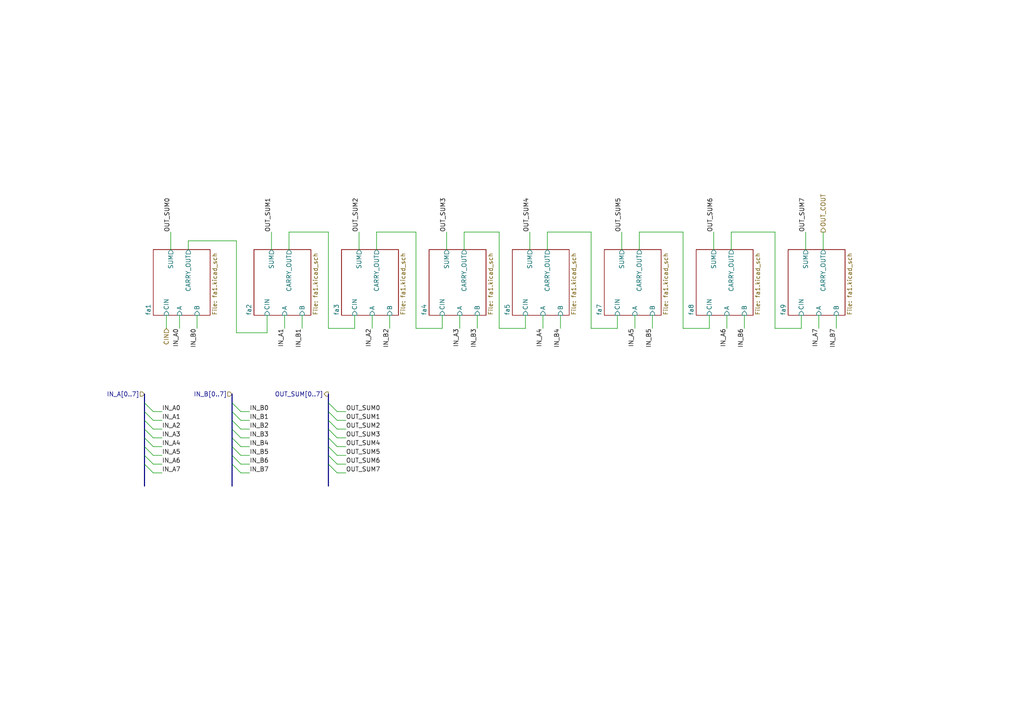
<source format=kicad_sch>
(kicad_sch
	(version 20250114)
	(generator "eeschema")
	(generator_version "9.0")
	(uuid "a0fb7c75-4ec4-4d5e-9936-e7c2c0d850e0")
	(paper "A4")
	(lib_symbols)
	(bus_entry
		(at 41.91 132.08)
		(size 2.54 2.54)
		(stroke
			(width 0)
			(type default)
		)
		(uuid "039032d1-9827-423a-968b-24b82fdcb858")
	)
	(bus_entry
		(at 95.25 124.46)
		(size 2.54 2.54)
		(stroke
			(width 0)
			(type default)
		)
		(uuid "04a3ade1-35fa-43a3-8be8-74e2b7e12efa")
	)
	(bus_entry
		(at 41.91 116.84)
		(size 2.54 2.54)
		(stroke
			(width 0)
			(type default)
		)
		(uuid "0dbbed2b-2655-476f-90f9-0067e6f730f8")
	)
	(bus_entry
		(at 95.25 129.54)
		(size 2.54 2.54)
		(stroke
			(width 0)
			(type default)
		)
		(uuid "1f417030-1441-4e13-8845-73b2db5ada1c")
	)
	(bus_entry
		(at 67.31 132.08)
		(size 2.54 2.54)
		(stroke
			(width 0)
			(type default)
		)
		(uuid "214ddd61-bd83-4c03-ac6a-f2cfe1d05175")
	)
	(bus_entry
		(at 41.91 127)
		(size 2.54 2.54)
		(stroke
			(width 0)
			(type default)
		)
		(uuid "400e39b2-d958-4453-85c3-a980067e791b")
	)
	(bus_entry
		(at 67.31 116.84)
		(size 2.54 2.54)
		(stroke
			(width 0)
			(type default)
		)
		(uuid "470e4ad6-8cef-4c59-b349-619653162fc2")
	)
	(bus_entry
		(at 95.25 119.38)
		(size 2.54 2.54)
		(stroke
			(width 0)
			(type default)
		)
		(uuid "4bf4a56b-34d4-4d57-8e2e-6eb2891e8538")
	)
	(bus_entry
		(at 95.25 132.08)
		(size 2.54 2.54)
		(stroke
			(width 0)
			(type default)
		)
		(uuid "6f22c989-260f-4632-b82d-a048753dc792")
	)
	(bus_entry
		(at 41.91 124.46)
		(size 2.54 2.54)
		(stroke
			(width 0)
			(type default)
		)
		(uuid "80cd4938-3fda-4caa-b9c8-dc62027a70c9")
	)
	(bus_entry
		(at 95.25 127)
		(size 2.54 2.54)
		(stroke
			(width 0)
			(type default)
		)
		(uuid "8122ab76-0da9-40c6-8001-87acd1e695dd")
	)
	(bus_entry
		(at 67.31 129.54)
		(size 2.54 2.54)
		(stroke
			(width 0)
			(type default)
		)
		(uuid "82e39023-88c2-4e94-b540-32f468570d15")
	)
	(bus_entry
		(at 41.91 134.62)
		(size 2.54 2.54)
		(stroke
			(width 0)
			(type default)
		)
		(uuid "883fc00f-3495-431c-b227-8185111c5d87")
	)
	(bus_entry
		(at 41.91 119.38)
		(size 2.54 2.54)
		(stroke
			(width 0)
			(type default)
		)
		(uuid "920ecf64-6505-4039-a51a-e6850a087d36")
	)
	(bus_entry
		(at 95.25 134.62)
		(size 2.54 2.54)
		(stroke
			(width 0)
			(type default)
		)
		(uuid "ae267f16-44d6-4ff0-8c73-78b203fb4fe5")
	)
	(bus_entry
		(at 67.31 119.38)
		(size 2.54 2.54)
		(stroke
			(width 0)
			(type default)
		)
		(uuid "b0ce581a-1d30-447d-b947-e85fce8e6edb")
	)
	(bus_entry
		(at 67.31 124.46)
		(size 2.54 2.54)
		(stroke
			(width 0)
			(type default)
		)
		(uuid "b9c007e9-deb8-4108-aa02-036a3f61cfee")
	)
	(bus_entry
		(at 41.91 121.92)
		(size 2.54 2.54)
		(stroke
			(width 0)
			(type default)
		)
		(uuid "baf67102-07ad-469c-93b9-82ba951c9448")
	)
	(bus_entry
		(at 95.25 121.92)
		(size 2.54 2.54)
		(stroke
			(width 0)
			(type default)
		)
		(uuid "bf8fc1eb-bf4f-40ad-bf10-fab51504a8f4")
	)
	(bus_entry
		(at 67.31 134.62)
		(size 2.54 2.54)
		(stroke
			(width 0)
			(type default)
		)
		(uuid "c031a6c0-f8f0-4dae-bfbb-cd490ee82855")
	)
	(bus_entry
		(at 95.25 116.84)
		(size 2.54 2.54)
		(stroke
			(width 0)
			(type default)
		)
		(uuid "ca40ff1d-309d-4bb9-af4f-ed1f336a5ed6")
	)
	(bus_entry
		(at 41.91 129.54)
		(size 2.54 2.54)
		(stroke
			(width 0)
			(type default)
		)
		(uuid "e5b64554-08ab-4462-b969-48d3de183681")
	)
	(bus_entry
		(at 67.31 127)
		(size 2.54 2.54)
		(stroke
			(width 0)
			(type default)
		)
		(uuid "e87e9898-b45e-40c5-b7c0-b989c2f60fd5")
	)
	(bus_entry
		(at 67.31 121.92)
		(size 2.54 2.54)
		(stroke
			(width 0)
			(type default)
		)
		(uuid "ee262b42-2177-4ed9-a3f4-8d7e7a47e52f")
	)
	(wire
		(pts
			(xy 162.56 91.44) (xy 162.56 95.25)
		)
		(stroke
			(width 0)
			(type default)
		)
		(uuid "00145e94-142e-40aa-9101-0631ce5097a6")
	)
	(wire
		(pts
			(xy 69.85 132.08) (xy 72.39 132.08)
		)
		(stroke
			(width 0)
			(type default)
		)
		(uuid "0154e83f-e792-423c-9917-8bef1a6a38a5")
	)
	(wire
		(pts
			(xy 180.34 67.31) (xy 180.34 72.39)
		)
		(stroke
			(width 0)
			(type default)
		)
		(uuid "02e0d8a2-9a83-49b0-83e4-b41bcd494010")
	)
	(wire
		(pts
			(xy 54.61 69.85) (xy 68.58 69.85)
		)
		(stroke
			(width 0)
			(type default)
		)
		(uuid "04a90d15-ef99-49c7-b2a7-e6d70c10ea2a")
	)
	(wire
		(pts
			(xy 171.45 67.31) (xy 171.45 95.25)
		)
		(stroke
			(width 0)
			(type default)
		)
		(uuid "05eacc06-96f7-4f84-86c3-68d69dd6c346")
	)
	(bus
		(pts
			(xy 95.25 132.08) (xy 95.25 134.62)
		)
		(stroke
			(width 0)
			(type default)
		)
		(uuid "06b1fe73-4163-44a1-8553-f9dc6113d246")
	)
	(wire
		(pts
			(xy 152.4 95.25) (xy 152.4 91.44)
		)
		(stroke
			(width 0)
			(type default)
		)
		(uuid "07889c87-4d25-40cc-8784-73bb70faeede")
	)
	(bus
		(pts
			(xy 67.31 127) (xy 67.31 129.54)
		)
		(stroke
			(width 0)
			(type default)
		)
		(uuid "0bd5b1af-e576-4dba-a097-2d6832f26871")
	)
	(wire
		(pts
			(xy 97.79 121.92) (xy 100.33 121.92)
		)
		(stroke
			(width 0)
			(type default)
		)
		(uuid "0ec386ab-bc9a-448c-92bd-bdbd3e876624")
	)
	(wire
		(pts
			(xy 44.45 127) (xy 46.99 127)
		)
		(stroke
			(width 0)
			(type default)
		)
		(uuid "0f4b2413-3e6a-495f-911a-067796837f74")
	)
	(wire
		(pts
			(xy 212.09 67.31) (xy 212.09 72.39)
		)
		(stroke
			(width 0)
			(type default)
		)
		(uuid "113a6b57-2974-41e5-ae6c-a26614d07b39")
	)
	(bus
		(pts
			(xy 95.25 134.62) (xy 95.25 140.97)
		)
		(stroke
			(width 0)
			(type default)
		)
		(uuid "12a04121-d47d-44a9-96e5-6357e29721d8")
	)
	(wire
		(pts
			(xy 44.45 119.38) (xy 46.99 119.38)
		)
		(stroke
			(width 0)
			(type default)
		)
		(uuid "13bd54b2-d36d-492e-b682-95dd9334d172")
	)
	(bus
		(pts
			(xy 95.25 129.54) (xy 95.25 132.08)
		)
		(stroke
			(width 0)
			(type default)
		)
		(uuid "15217bdb-67d9-4cf0-a979-f3efad821dde")
	)
	(bus
		(pts
			(xy 67.31 124.46) (xy 67.31 127)
		)
		(stroke
			(width 0)
			(type default)
		)
		(uuid "15e622ae-1839-45c6-b0bc-6d2f8520bb90")
	)
	(wire
		(pts
			(xy 97.79 132.08) (xy 100.33 132.08)
		)
		(stroke
			(width 0)
			(type default)
		)
		(uuid "1c012a4d-3e8b-4c8c-9ccd-3b90eb550ae4")
	)
	(wire
		(pts
			(xy 68.58 69.85) (xy 68.58 96.52)
		)
		(stroke
			(width 0)
			(type default)
		)
		(uuid "1d0a4e7c-6079-4ff3-be7f-dfd9ee1edd93")
	)
	(wire
		(pts
			(xy 185.42 67.31) (xy 198.12 67.31)
		)
		(stroke
			(width 0)
			(type default)
		)
		(uuid "1d62c8e8-0d05-4579-a6f4-a8cbd4beb1bb")
	)
	(wire
		(pts
			(xy 120.65 67.31) (xy 120.65 95.25)
		)
		(stroke
			(width 0)
			(type default)
		)
		(uuid "21219a0a-0ef3-487d-a580-3ae95a4f5b41")
	)
	(wire
		(pts
			(xy 52.07 91.44) (xy 52.07 95.25)
		)
		(stroke
			(width 0)
			(type default)
		)
		(uuid "22c86450-a9c6-4493-b76c-b82075a9dc8f")
	)
	(wire
		(pts
			(xy 102.87 95.25) (xy 102.87 91.44)
		)
		(stroke
			(width 0)
			(type default)
		)
		(uuid "2827c104-9b79-4fd6-9b6e-0e2d4186785b")
	)
	(wire
		(pts
			(xy 49.53 67.31) (xy 49.53 72.39)
		)
		(stroke
			(width 0)
			(type default)
		)
		(uuid "29374647-adf2-4c7e-a59f-2e933683f099")
	)
	(wire
		(pts
			(xy 224.79 95.25) (xy 232.41 95.25)
		)
		(stroke
			(width 0)
			(type default)
		)
		(uuid "2ad88527-32b2-4db7-97c9-3c1d7bee083d")
	)
	(bus
		(pts
			(xy 41.91 121.92) (xy 41.91 124.46)
		)
		(stroke
			(width 0)
			(type default)
		)
		(uuid "2ba492a6-5fd1-4ee4-a1a3-09ec7c881cc9")
	)
	(wire
		(pts
			(xy 44.45 121.92) (xy 46.99 121.92)
		)
		(stroke
			(width 0)
			(type default)
		)
		(uuid "2ca1a0c8-c936-4b1f-9f00-e56571f0d97c")
	)
	(bus
		(pts
			(xy 41.91 119.38) (xy 41.91 121.92)
		)
		(stroke
			(width 0)
			(type default)
		)
		(uuid "328b59a2-0344-4c5b-9e59-2609d48bc728")
	)
	(bus
		(pts
			(xy 95.25 124.46) (xy 95.25 127)
		)
		(stroke
			(width 0)
			(type default)
		)
		(uuid "364f84f7-2b93-4dc8-a380-30b87755440f")
	)
	(bus
		(pts
			(xy 95.25 114.3) (xy 95.25 116.84)
		)
		(stroke
			(width 0)
			(type default)
		)
		(uuid "38337364-2c4b-45ab-9922-3184f1b1dc8e")
	)
	(wire
		(pts
			(xy 83.82 72.39) (xy 83.82 67.31)
		)
		(stroke
			(width 0)
			(type default)
		)
		(uuid "38872e8a-577e-4441-b9ed-188c3ce545bd")
	)
	(wire
		(pts
			(xy 97.79 119.38) (xy 100.33 119.38)
		)
		(stroke
			(width 0)
			(type default)
		)
		(uuid "47d74e1d-9fc7-452c-bbe7-91cbe6971a33")
	)
	(wire
		(pts
			(xy 171.45 95.25) (xy 179.07 95.25)
		)
		(stroke
			(width 0)
			(type default)
		)
		(uuid "48b7e17c-66b9-4993-b334-3472b96bd989")
	)
	(wire
		(pts
			(xy 69.85 129.54) (xy 72.39 129.54)
		)
		(stroke
			(width 0)
			(type default)
		)
		(uuid "49680986-5c0a-4580-a44c-5bcad7b95822")
	)
	(wire
		(pts
			(xy 144.78 67.31) (xy 144.78 95.25)
		)
		(stroke
			(width 0)
			(type default)
		)
		(uuid "4990a95a-eff1-467a-91d7-0af9171d436a")
	)
	(wire
		(pts
			(xy 158.75 67.31) (xy 171.45 67.31)
		)
		(stroke
			(width 0)
			(type default)
		)
		(uuid "4c11e8b5-698b-4774-9e2d-3556955a31b5")
	)
	(wire
		(pts
			(xy 78.74 67.31) (xy 78.74 72.39)
		)
		(stroke
			(width 0)
			(type default)
		)
		(uuid "4c5cfa2a-2cf6-4dac-b56c-68fad0a358ea")
	)
	(wire
		(pts
			(xy 198.12 67.31) (xy 198.12 95.25)
		)
		(stroke
			(width 0)
			(type default)
		)
		(uuid "4e73fc07-4182-45e5-8262-a651cfe600ee")
	)
	(wire
		(pts
			(xy 113.03 91.44) (xy 113.03 95.25)
		)
		(stroke
			(width 0)
			(type default)
		)
		(uuid "4f41f045-30b4-47af-bb65-8a390427f68c")
	)
	(wire
		(pts
			(xy 212.09 67.31) (xy 224.79 67.31)
		)
		(stroke
			(width 0)
			(type default)
		)
		(uuid "52133372-8ce5-4f19-a62b-3e46259581db")
	)
	(wire
		(pts
			(xy 144.78 95.25) (xy 152.4 95.25)
		)
		(stroke
			(width 0)
			(type default)
		)
		(uuid "57e62525-f348-4ccd-80f1-6642b06bff4c")
	)
	(wire
		(pts
			(xy 179.07 95.25) (xy 179.07 91.44)
		)
		(stroke
			(width 0)
			(type default)
		)
		(uuid "5986155a-7ea9-43ce-9569-ea4db246e34d")
	)
	(wire
		(pts
			(xy 69.85 121.92) (xy 72.39 121.92)
		)
		(stroke
			(width 0)
			(type default)
		)
		(uuid "5d33d835-cce0-4a0e-999f-55dec6ab5782")
	)
	(wire
		(pts
			(xy 44.45 134.62) (xy 46.99 134.62)
		)
		(stroke
			(width 0)
			(type default)
		)
		(uuid "5e1dcbee-bf58-4d1c-b701-bdc70dab2d2c")
	)
	(wire
		(pts
			(xy 215.9 91.44) (xy 215.9 95.25)
		)
		(stroke
			(width 0)
			(type default)
		)
		(uuid "6180b046-afce-4d22-afa7-2f0d69823772")
	)
	(bus
		(pts
			(xy 41.91 132.08) (xy 41.91 134.62)
		)
		(stroke
			(width 0)
			(type default)
		)
		(uuid "62f99e0f-78fe-4e57-b29b-fa8344d014ad")
	)
	(bus
		(pts
			(xy 41.91 127) (xy 41.91 129.54)
		)
		(stroke
			(width 0)
			(type default)
		)
		(uuid "631238e1-82ea-4079-8dce-1bc36cde757a")
	)
	(wire
		(pts
			(xy 128.27 91.44) (xy 128.27 95.25)
		)
		(stroke
			(width 0)
			(type default)
		)
		(uuid "653f9d8c-ddc2-457c-b14a-bc924c9363fd")
	)
	(wire
		(pts
			(xy 207.01 67.31) (xy 207.01 72.39)
		)
		(stroke
			(width 0)
			(type default)
		)
		(uuid "664b04e5-0221-4d88-8841-3226d0a77555")
	)
	(wire
		(pts
			(xy 185.42 67.31) (xy 185.42 72.39)
		)
		(stroke
			(width 0)
			(type default)
		)
		(uuid "683c7aa6-f719-4f59-9c67-faf2f6ac9529")
	)
	(wire
		(pts
			(xy 69.85 124.46) (xy 72.39 124.46)
		)
		(stroke
			(width 0)
			(type default)
		)
		(uuid "6bdb07ba-b296-4366-972f-895e79861b88")
	)
	(wire
		(pts
			(xy 129.54 67.31) (xy 129.54 72.39)
		)
		(stroke
			(width 0)
			(type default)
		)
		(uuid "6ca6228d-4b74-4f03-87d4-5ce5eab7ce0c")
	)
	(wire
		(pts
			(xy 68.58 96.52) (xy 77.47 96.52)
		)
		(stroke
			(width 0)
			(type default)
		)
		(uuid "6dc258f1-b52d-4eec-a473-f174f465d75e")
	)
	(wire
		(pts
			(xy 44.45 129.54) (xy 46.99 129.54)
		)
		(stroke
			(width 0)
			(type default)
		)
		(uuid "6e910d55-e4f3-474b-8c95-60392edbd6b5")
	)
	(wire
		(pts
			(xy 44.45 132.08) (xy 46.99 132.08)
		)
		(stroke
			(width 0)
			(type default)
		)
		(uuid "6f94f16e-25eb-47fe-aaf2-d89f6c27d038")
	)
	(wire
		(pts
			(xy 97.79 137.16) (xy 100.33 137.16)
		)
		(stroke
			(width 0)
			(type default)
		)
		(uuid "71993c11-3151-4a66-9883-12f4095c99ec")
	)
	(bus
		(pts
			(xy 67.31 121.92) (xy 67.31 124.46)
		)
		(stroke
			(width 0)
			(type default)
		)
		(uuid "72b2650d-e7bd-4f66-988d-91291bc41bc6")
	)
	(wire
		(pts
			(xy 77.47 96.52) (xy 77.47 91.44)
		)
		(stroke
			(width 0)
			(type default)
		)
		(uuid "7763f2c3-cbe4-435f-a0e2-5083853f4343")
	)
	(wire
		(pts
			(xy 157.48 91.44) (xy 157.48 95.25)
		)
		(stroke
			(width 0)
			(type default)
		)
		(uuid "78d69837-c5cd-41d0-94e5-9deaf80829c3")
	)
	(bus
		(pts
			(xy 41.91 116.84) (xy 41.91 119.38)
		)
		(stroke
			(width 0)
			(type default)
		)
		(uuid "7bb98383-20fd-4a9e-918c-bba4a303a166")
	)
	(wire
		(pts
			(xy 97.79 124.46) (xy 100.33 124.46)
		)
		(stroke
			(width 0)
			(type default)
		)
		(uuid "80970421-d6ac-447e-8229-5ff468cde826")
	)
	(wire
		(pts
			(xy 134.62 72.39) (xy 134.62 67.31)
		)
		(stroke
			(width 0)
			(type default)
		)
		(uuid "829e03d4-d474-45f8-9fa6-f42e5bb3d796")
	)
	(wire
		(pts
			(xy 133.35 91.44) (xy 133.35 95.25)
		)
		(stroke
			(width 0)
			(type default)
		)
		(uuid "83da84af-0cd4-4f92-b0d8-1a9b398991af")
	)
	(bus
		(pts
			(xy 67.31 132.08) (xy 67.31 134.62)
		)
		(stroke
			(width 0)
			(type default)
		)
		(uuid "8490977d-4ed3-4670-8066-0251dd105993")
	)
	(wire
		(pts
			(xy 48.26 91.44) (xy 48.26 95.25)
		)
		(stroke
			(width 0)
			(type default)
		)
		(uuid "8655a7a8-d9dd-40df-915c-d72f55576304")
	)
	(bus
		(pts
			(xy 41.91 114.3) (xy 41.91 116.84)
		)
		(stroke
			(width 0)
			(type default)
		)
		(uuid "8a90330a-a75c-4d2c-8d83-50d72f76d797")
	)
	(bus
		(pts
			(xy 67.31 134.62) (xy 67.31 140.97)
		)
		(stroke
			(width 0)
			(type default)
		)
		(uuid "8bf4f5a7-d590-4257-9484-0e6875656b12")
	)
	(bus
		(pts
			(xy 41.91 134.62) (xy 41.91 140.97)
		)
		(stroke
			(width 0)
			(type default)
		)
		(uuid "8ca14be3-7baf-4872-8c32-c2a33846a429")
	)
	(bus
		(pts
			(xy 67.31 119.38) (xy 67.31 121.92)
		)
		(stroke
			(width 0)
			(type default)
		)
		(uuid "8dc8a6e7-d0d4-4aa5-87db-65bc311284f8")
	)
	(wire
		(pts
			(xy 134.62 67.31) (xy 144.78 67.31)
		)
		(stroke
			(width 0)
			(type default)
		)
		(uuid "8ed705bb-a94b-4e03-a037-b9fc05c44bac")
	)
	(wire
		(pts
			(xy 158.75 72.39) (xy 158.75 67.31)
		)
		(stroke
			(width 0)
			(type default)
		)
		(uuid "97ff60f2-6ab6-4a43-bf51-954ea14fcfa7")
	)
	(wire
		(pts
			(xy 95.25 95.25) (xy 102.87 95.25)
		)
		(stroke
			(width 0)
			(type default)
		)
		(uuid "9ad0008c-6368-4e55-a481-927388017bb5")
	)
	(wire
		(pts
			(xy 198.12 95.25) (xy 205.74 95.25)
		)
		(stroke
			(width 0)
			(type default)
		)
		(uuid "9c41f198-1743-4ecc-9d88-315912b15667")
	)
	(bus
		(pts
			(xy 67.31 129.54) (xy 67.31 132.08)
		)
		(stroke
			(width 0)
			(type default)
		)
		(uuid "9e6509b7-a353-40ba-b383-481ad9ad5d11")
	)
	(wire
		(pts
			(xy 184.15 91.44) (xy 184.15 95.25)
		)
		(stroke
			(width 0)
			(type default)
		)
		(uuid "9f350696-f4c8-4382-aed4-ec18e86474b1")
	)
	(bus
		(pts
			(xy 95.25 121.92) (xy 95.25 124.46)
		)
		(stroke
			(width 0)
			(type default)
		)
		(uuid "a0de8583-df3f-4eca-957c-2369c41bb9cf")
	)
	(wire
		(pts
			(xy 95.25 67.31) (xy 95.25 95.25)
		)
		(stroke
			(width 0)
			(type default)
		)
		(uuid "a58c21c6-00bc-42f6-bc1c-5e298f34b4c5")
	)
	(wire
		(pts
			(xy 238.76 67.31) (xy 238.76 72.39)
		)
		(stroke
			(width 0)
			(type default)
		)
		(uuid "aa21a0f4-0752-49ee-99cc-c874852b3d29")
	)
	(wire
		(pts
			(xy 57.15 91.44) (xy 57.15 95.25)
		)
		(stroke
			(width 0)
			(type default)
		)
		(uuid "ae27bc64-c904-47ac-8c93-2568d50e94e6")
	)
	(wire
		(pts
			(xy 109.22 72.39) (xy 109.22 67.31)
		)
		(stroke
			(width 0)
			(type default)
		)
		(uuid "b339d847-eeea-4105-9531-18ca8e767542")
	)
	(wire
		(pts
			(xy 138.43 91.44) (xy 138.43 95.25)
		)
		(stroke
			(width 0)
			(type default)
		)
		(uuid "b37afced-1332-4bfa-98fa-3bda911539a1")
	)
	(wire
		(pts
			(xy 153.67 67.31) (xy 153.67 72.39)
		)
		(stroke
			(width 0)
			(type default)
		)
		(uuid "b56ab80e-179a-4b0b-93d4-982b2a337f6c")
	)
	(bus
		(pts
			(xy 95.25 116.84) (xy 95.25 119.38)
		)
		(stroke
			(width 0)
			(type default)
		)
		(uuid "b7b9e29a-36cb-464f-96ca-a10479205a3b")
	)
	(bus
		(pts
			(xy 41.91 129.54) (xy 41.91 132.08)
		)
		(stroke
			(width 0)
			(type default)
		)
		(uuid "b8ab8543-a376-413b-ac67-b8bdfbfa89c3")
	)
	(wire
		(pts
			(xy 109.22 67.31) (xy 120.65 67.31)
		)
		(stroke
			(width 0)
			(type default)
		)
		(uuid "bc3e57c4-9893-4dfd-86b5-a5e942ecfe63")
	)
	(wire
		(pts
			(xy 237.49 91.44) (xy 237.49 95.25)
		)
		(stroke
			(width 0)
			(type default)
		)
		(uuid "bc9baef6-bd2a-4075-aed9-2dc6a9fadbc7")
	)
	(bus
		(pts
			(xy 95.25 127) (xy 95.25 129.54)
		)
		(stroke
			(width 0)
			(type default)
		)
		(uuid "bcdd91fe-6227-4958-bb0b-8b024c1d2490")
	)
	(wire
		(pts
			(xy 69.85 119.38) (xy 72.39 119.38)
		)
		(stroke
			(width 0)
			(type default)
		)
		(uuid "bd270bdc-1c49-43c0-91e2-85dc7c88d1c8")
	)
	(wire
		(pts
			(xy 107.95 91.44) (xy 107.95 95.25)
		)
		(stroke
			(width 0)
			(type default)
		)
		(uuid "be87840f-23fa-4116-93f1-37e214222933")
	)
	(wire
		(pts
			(xy 69.85 134.62) (xy 72.39 134.62)
		)
		(stroke
			(width 0)
			(type default)
		)
		(uuid "bf7d4ecb-13a4-47b2-b01d-3ac84517deeb")
	)
	(wire
		(pts
			(xy 44.45 137.16) (xy 46.99 137.16)
		)
		(stroke
			(width 0)
			(type default)
		)
		(uuid "c0654961-0472-4450-806a-4ec30684538a")
	)
	(wire
		(pts
			(xy 224.79 67.31) (xy 224.79 95.25)
		)
		(stroke
			(width 0)
			(type default)
		)
		(uuid "c1afaefd-5158-4a98-bf16-c0593d25dcdb")
	)
	(wire
		(pts
			(xy 205.74 95.25) (xy 205.74 91.44)
		)
		(stroke
			(width 0)
			(type default)
		)
		(uuid "c445ffac-38b7-41ab-9d2c-fa722d31fc88")
	)
	(wire
		(pts
			(xy 97.79 129.54) (xy 100.33 129.54)
		)
		(stroke
			(width 0)
			(type default)
		)
		(uuid "c4ef4f6a-2361-461e-9e77-aebe8c0930b7")
	)
	(wire
		(pts
			(xy 69.85 127) (xy 72.39 127)
		)
		(stroke
			(width 0)
			(type default)
		)
		(uuid "c50f1a0a-bf42-45c4-b87f-9ed2b681637a")
	)
	(wire
		(pts
			(xy 83.82 67.31) (xy 95.25 67.31)
		)
		(stroke
			(width 0)
			(type default)
		)
		(uuid "d1bfa5d6-3373-44fb-8dee-e3d89ff1d871")
	)
	(wire
		(pts
			(xy 120.65 95.25) (xy 128.27 95.25)
		)
		(stroke
			(width 0)
			(type default)
		)
		(uuid "d29af86d-84f3-4e84-9a8c-1d93c9daf961")
	)
	(wire
		(pts
			(xy 242.57 91.44) (xy 242.57 95.25)
		)
		(stroke
			(width 0)
			(type default)
		)
		(uuid "d2f100d4-b10e-4ca7-9d07-46d8e9682b6c")
	)
	(wire
		(pts
			(xy 44.45 124.46) (xy 46.99 124.46)
		)
		(stroke
			(width 0)
			(type default)
		)
		(uuid "d2fcdbcf-cd3e-4b80-8e1a-3516e92077d7")
	)
	(wire
		(pts
			(xy 104.14 67.31) (xy 104.14 72.39)
		)
		(stroke
			(width 0)
			(type default)
		)
		(uuid "d340b570-b0b0-4976-bf2c-92a2989bf010")
	)
	(wire
		(pts
			(xy 69.85 137.16) (xy 72.39 137.16)
		)
		(stroke
			(width 0)
			(type default)
		)
		(uuid "d468ab3d-0214-42ae-840a-e1adf637421a")
	)
	(bus
		(pts
			(xy 41.91 124.46) (xy 41.91 127)
		)
		(stroke
			(width 0)
			(type default)
		)
		(uuid "d66b6eaa-8eba-457c-a2a4-d31fa8812b0e")
	)
	(bus
		(pts
			(xy 95.25 119.38) (xy 95.25 121.92)
		)
		(stroke
			(width 0)
			(type default)
		)
		(uuid "d6c15d15-a601-4f72-9cba-cf157b16e8ea")
	)
	(bus
		(pts
			(xy 67.31 116.84) (xy 67.31 119.38)
		)
		(stroke
			(width 0)
			(type default)
		)
		(uuid "d780503e-03cf-46b8-b8e4-c282d91a64c2")
	)
	(wire
		(pts
			(xy 233.68 67.31) (xy 233.68 72.39)
		)
		(stroke
			(width 0)
			(type default)
		)
		(uuid "dc1c947d-e0ff-4956-847e-0af446ebf042")
	)
	(wire
		(pts
			(xy 97.79 134.62) (xy 100.33 134.62)
		)
		(stroke
			(width 0)
			(type default)
		)
		(uuid "decf7c98-fedc-455e-aeda-720bb9689626")
	)
	(wire
		(pts
			(xy 82.55 91.44) (xy 82.55 95.25)
		)
		(stroke
			(width 0)
			(type default)
		)
		(uuid "e2f45e73-ef68-4ff3-ac43-90842d505d55")
	)
	(wire
		(pts
			(xy 97.79 127) (xy 100.33 127)
		)
		(stroke
			(width 0)
			(type default)
		)
		(uuid "e917d391-2136-4c72-8377-5f6ea74aed58")
	)
	(bus
		(pts
			(xy 67.31 114.3) (xy 67.31 116.84)
		)
		(stroke
			(width 0)
			(type default)
		)
		(uuid "ec1bcfe1-1b60-46a9-9722-5a18b386c471")
	)
	(wire
		(pts
			(xy 189.23 91.44) (xy 189.23 95.25)
		)
		(stroke
			(width 0)
			(type default)
		)
		(uuid "ed3d167f-5a75-4efc-a7b8-f231ebb22d1d")
	)
	(wire
		(pts
			(xy 232.41 95.25) (xy 232.41 91.44)
		)
		(stroke
			(width 0)
			(type default)
		)
		(uuid "eecae8ba-2159-4934-9d16-3a66c6c8e62b")
	)
	(wire
		(pts
			(xy 87.63 91.44) (xy 87.63 95.25)
		)
		(stroke
			(width 0)
			(type default)
		)
		(uuid "eece4596-f0e5-4fd3-88d7-008dba66fb02")
	)
	(wire
		(pts
			(xy 210.82 91.44) (xy 210.82 95.25)
		)
		(stroke
			(width 0)
			(type default)
		)
		(uuid "f57a92ce-ec63-489f-aa61-bae943dd17a1")
	)
	(wire
		(pts
			(xy 54.61 72.39) (xy 54.61 69.85)
		)
		(stroke
			(width 0)
			(type default)
		)
		(uuid "f9767c0c-2ff9-4f2a-8dd5-ed0a9f51a7ec")
	)
	(label "IN_B0"
		(at 57.15 95.25 270)
		(effects
			(font
				(size 1.27 1.27)
			)
			(justify right bottom)
		)
		(uuid "064971ad-054b-4012-895b-ba205328e53e")
	)
	(label "IN_B1"
		(at 87.63 95.25 270)
		(effects
			(font
				(size 1.27 1.27)
			)
			(justify right bottom)
		)
		(uuid "0bee385d-6610-497a-92be-1526eab7b12e")
	)
	(label "IN_A6"
		(at 46.99 134.62 0)
		(effects
			(font
				(size 1.27 1.27)
			)
			(justify left bottom)
		)
		(uuid "131757ec-57c1-4533-a919-9c5ca9d09d5c")
	)
	(label "OUT_SUM1"
		(at 100.33 121.92 0)
		(effects
			(font
				(size 1.27 1.27)
			)
			(justify left bottom)
		)
		(uuid "174512b7-d1cf-41cf-9452-da4d0aa01811")
	)
	(label "IN_B2"
		(at 113.03 95.25 270)
		(effects
			(font
				(size 1.27 1.27)
			)
			(justify right bottom)
		)
		(uuid "1bace4d7-2a1b-4910-aa88-abb9fd2b649b")
	)
	(label "IN_A3"
		(at 46.99 127 0)
		(effects
			(font
				(size 1.27 1.27)
			)
			(justify left bottom)
		)
		(uuid "245cda48-0305-4f16-b051-ac25ba77d6c6")
	)
	(label "IN_A7"
		(at 46.99 137.16 0)
		(effects
			(font
				(size 1.27 1.27)
			)
			(justify left bottom)
		)
		(uuid "2544692f-9cdf-47a4-9877-96aeef2b442e")
	)
	(label "IN_A7"
		(at 237.49 95.25 270)
		(effects
			(font
				(size 1.27 1.27)
			)
			(justify right bottom)
		)
		(uuid "291ae626-d873-44f4-aaba-60f9926b5299")
	)
	(label "OUT_SUM3"
		(at 100.33 127 0)
		(effects
			(font
				(size 1.27 1.27)
			)
			(justify left bottom)
		)
		(uuid "2f6fe456-d830-4487-a3e5-216892d26a67")
	)
	(label "IN_B3"
		(at 138.43 95.25 270)
		(effects
			(font
				(size 1.27 1.27)
			)
			(justify right bottom)
		)
		(uuid "32de1cd0-a98a-498f-ad91-1bff4c88589c")
	)
	(label "OUT_SUM6"
		(at 100.33 134.62 0)
		(effects
			(font
				(size 1.27 1.27)
			)
			(justify left bottom)
		)
		(uuid "35ed4efb-6670-49cf-835f-04f76023939b")
	)
	(label "IN_B6"
		(at 72.39 134.62 0)
		(effects
			(font
				(size 1.27 1.27)
			)
			(justify left bottom)
		)
		(uuid "3a246a4f-16fa-4297-a573-88b83fe09880")
	)
	(label "OUT_SUM4"
		(at 153.67 67.31 90)
		(effects
			(font
				(size 1.27 1.27)
			)
			(justify left bottom)
		)
		(uuid "42fcb3ac-da1d-420c-836d-ae1af02f93be")
	)
	(label "IN_A0"
		(at 52.07 95.25 270)
		(effects
			(font
				(size 1.27 1.27)
			)
			(justify right bottom)
		)
		(uuid "44d1c926-7505-4fce-b38b-5679a0573b4d")
	)
	(label "IN_B6"
		(at 215.9 95.25 270)
		(effects
			(font
				(size 1.27 1.27)
			)
			(justify right bottom)
		)
		(uuid "45ddabb7-905a-440b-94a7-00a8adf91de2")
	)
	(label "IN_B2"
		(at 72.39 124.46 0)
		(effects
			(font
				(size 1.27 1.27)
			)
			(justify left bottom)
		)
		(uuid "4bc6dc4c-b070-469b-87b1-dc0abb905388")
	)
	(label "OUT_SUM6"
		(at 207.01 67.31 90)
		(effects
			(font
				(size 1.27 1.27)
			)
			(justify left bottom)
		)
		(uuid "4bde81a0-0b05-46b5-82c9-86f00d3f9342")
	)
	(label "IN_A4"
		(at 46.99 129.54 0)
		(effects
			(font
				(size 1.27 1.27)
			)
			(justify left bottom)
		)
		(uuid "508cfdfc-3e0d-4c98-b7c3-1ca0407f354e")
	)
	(label "OUT_SUM0"
		(at 100.33 119.38 0)
		(effects
			(font
				(size 1.27 1.27)
			)
			(justify left bottom)
		)
		(uuid "5760d959-2010-41ad-a6ab-d499f2814a68")
	)
	(label "OUT_SUM4"
		(at 100.33 129.54 0)
		(effects
			(font
				(size 1.27 1.27)
			)
			(justify left bottom)
		)
		(uuid "5d359f10-fb66-4a7f-a063-870da0dc4bbe")
	)
	(label "IN_B5"
		(at 189.23 95.25 270)
		(effects
			(font
				(size 1.27 1.27)
			)
			(justify right bottom)
		)
		(uuid "5fc42c2c-6162-423a-b252-c86e2a0557e4")
	)
	(label "IN_A6"
		(at 210.82 95.25 270)
		(effects
			(font
				(size 1.27 1.27)
			)
			(justify right bottom)
		)
		(uuid "64088bef-35db-4d7f-89ad-09ff5f4684d6")
	)
	(label "IN_A3"
		(at 133.35 95.25 270)
		(effects
			(font
				(size 1.27 1.27)
			)
			(justify right bottom)
		)
		(uuid "675d39f3-04ba-4eaa-a73e-01521f52d710")
	)
	(label "OUT_SUM0"
		(at 49.53 67.31 90)
		(effects
			(font
				(size 1.27 1.27)
			)
			(justify left bottom)
		)
		(uuid "6b0b922f-85d5-4b5d-8c0d-7f69a0c11583")
	)
	(label "IN_B0"
		(at 72.39 119.38 0)
		(effects
			(font
				(size 1.27 1.27)
			)
			(justify left bottom)
		)
		(uuid "89ccc9fd-99a8-43d4-9989-cf1112756566")
	)
	(label "OUT_SUM2"
		(at 104.14 67.31 90)
		(effects
			(font
				(size 1.27 1.27)
			)
			(justify left bottom)
		)
		(uuid "8b960038-2d2d-4f03-b855-444c5b9c77dd")
	)
	(label "IN_B3"
		(at 72.39 127 0)
		(effects
			(font
				(size 1.27 1.27)
			)
			(justify left bottom)
		)
		(uuid "8cb26fc1-3ded-464f-813a-4ddd25b584c2")
	)
	(label "IN_A1"
		(at 82.55 95.25 270)
		(effects
			(font
				(size 1.27 1.27)
			)
			(justify right bottom)
		)
		(uuid "905b6d94-133b-46c9-a0d2-46bb5d5b4899")
	)
	(label "OUT_SUM2"
		(at 100.33 124.46 0)
		(effects
			(font
				(size 1.27 1.27)
			)
			(justify left bottom)
		)
		(uuid "91e08c24-6c23-4fc8-b6f0-d7546741adbd")
	)
	(label "OUT_SUM5"
		(at 100.33 132.08 0)
		(effects
			(font
				(size 1.27 1.27)
			)
			(justify left bottom)
		)
		(uuid "964199a3-48f3-4331-85ed-260220579e9f")
	)
	(label "IN_B4"
		(at 162.56 95.25 270)
		(effects
			(font
				(size 1.27 1.27)
			)
			(justify right bottom)
		)
		(uuid "a0fa200f-2c49-43f2-9699-e4adb051cf30")
	)
	(label "OUT_SUM1"
		(at 78.74 67.31 90)
		(effects
			(font
				(size 1.27 1.27)
			)
			(justify left bottom)
		)
		(uuid "a2fe9787-f6b9-4d19-8089-9ed808a1a908")
	)
	(label "IN_A4"
		(at 157.48 95.25 270)
		(effects
			(font
				(size 1.27 1.27)
			)
			(justify right bottom)
		)
		(uuid "a7ca171c-afac-478d-83da-2b59b5463ff6")
	)
	(label "IN_A5"
		(at 184.15 95.25 270)
		(effects
			(font
				(size 1.27 1.27)
			)
			(justify right bottom)
		)
		(uuid "ac524e2e-a61e-46a7-a7d4-182db30002cc")
	)
	(label "OUT_SUM7"
		(at 233.68 67.31 90)
		(effects
			(font
				(size 1.27 1.27)
			)
			(justify left bottom)
		)
		(uuid "bc303d0b-f945-4b12-bfd8-81e177ab52cd")
	)
	(label "IN_A1"
		(at 46.99 121.92 0)
		(effects
			(font
				(size 1.27 1.27)
			)
			(justify left bottom)
		)
		(uuid "bc725646-3e60-4694-9cbd-8bd7b5a0dc1a")
	)
	(label "IN_B7"
		(at 72.39 137.16 0)
		(effects
			(font
				(size 1.27 1.27)
			)
			(justify left bottom)
		)
		(uuid "bd22c9bd-3ba4-4f0d-9c78-5be8946d291d")
	)
	(label "IN_B5"
		(at 72.39 132.08 0)
		(effects
			(font
				(size 1.27 1.27)
			)
			(justify left bottom)
		)
		(uuid "db890ae5-5e60-4764-8e57-406beb715b0d")
	)
	(label "IN_A2"
		(at 46.99 124.46 0)
		(effects
			(font
				(size 1.27 1.27)
			)
			(justify left bottom)
		)
		(uuid "dbd7c43c-7488-43b5-a5a3-e0e3b57a250b")
	)
	(label "OUT_SUM5"
		(at 180.34 67.31 90)
		(effects
			(font
				(size 1.27 1.27)
			)
			(justify left bottom)
		)
		(uuid "e0c471a8-738a-4935-ace8-fa706391763e")
	)
	(label "OUT_SUM7"
		(at 100.33 137.16 0)
		(effects
			(font
				(size 1.27 1.27)
			)
			(justify left bottom)
		)
		(uuid "e0c5dcb6-521f-44d5-9935-9a02d94101c6")
	)
	(label "IN_A5"
		(at 46.99 132.08 0)
		(effects
			(font
				(size 1.27 1.27)
			)
			(justify left bottom)
		)
		(uuid "e1b1d584-11b2-4edb-a203-ccdcf559712b")
	)
	(label "IN_B7"
		(at 242.57 95.25 270)
		(effects
			(font
				(size 1.27 1.27)
			)
			(justify right bottom)
		)
		(uuid "e53263ae-aff3-4896-b7ff-6d03695444a7")
	)
	(label "IN_A0"
		(at 46.99 119.38 0)
		(effects
			(font
				(size 1.27 1.27)
			)
			(justify left bottom)
		)
		(uuid "e8fc6d14-1cdb-4d02-b9df-8ed4fd4a7fbd")
	)
	(label "IN_A2"
		(at 107.95 95.25 270)
		(effects
			(font
				(size 1.27 1.27)
			)
			(justify right bottom)
		)
		(uuid "ea1d4764-d2c5-4b3c-ab8a-a9e66f7a341c")
	)
	(label "IN_B4"
		(at 72.39 129.54 0)
		(effects
			(font
				(size 1.27 1.27)
			)
			(justify left bottom)
		)
		(uuid "ed7e52d2-90e0-4406-852d-37ed3e90b0ed")
	)
	(label "IN_B1"
		(at 72.39 121.92 0)
		(effects
			(font
				(size 1.27 1.27)
			)
			(justify left bottom)
		)
		(uuid "f61d1e66-9dfc-4f29-b993-09765a286aa0")
	)
	(label "OUT_SUM3"
		(at 129.54 67.31 90)
		(effects
			(font
				(size 1.27 1.27)
			)
			(justify left bottom)
		)
		(uuid "fe5fae81-f84a-4367-8de2-8adaac347360")
	)
	(hierarchical_label "CIN"
		(shape input)
		(at 48.26 95.25 270)
		(effects
			(font
				(size 1.27 1.27)
			)
			(justify right)
		)
		(uuid "339672eb-096c-4a90-9adf-e2ec5eb5e561")
	)
	(hierarchical_label "IN_B[0..7]"
		(shape input)
		(at 67.31 114.3 180)
		(effects
			(font
				(size 1.27 1.27)
			)
			(justify right)
		)
		(uuid "4b7ab84c-acf7-4438-b256-d435bb2f208b")
	)
	(hierarchical_label "OUT_COUT"
		(shape output)
		(at 238.76 67.31 90)
		(effects
			(font
				(size 1.27 1.27)
			)
			(justify left)
		)
		(uuid "a3da0d99-e63f-49bb-b151-1428a5040f94")
	)
	(hierarchical_label "OUT_SUM[0..7]"
		(shape output)
		(at 95.25 114.3 180)
		(effects
			(font
				(size 1.27 1.27)
			)
			(justify right)
		)
		(uuid "cd580eaa-0ca2-43fc-8981-4343633df372")
	)
	(hierarchical_label "IN_A[0..7]"
		(shape input)
		(at 41.91 114.3 180)
		(effects
			(font
				(size 1.27 1.27)
			)
			(justify right)
		)
		(uuid "ebc00683-494e-4e9a-9cae-b4954d51faac")
	)
	(sheet
		(at 124.46 72.39)
		(size 16.51 19.05)
		(exclude_from_sim no)
		(in_bom yes)
		(on_board yes)
		(dnp no)
		(fields_autoplaced yes)
		(stroke
			(width 0.1524)
			(type solid)
		)
		(fill
			(color 0 0 0 0.0000)
		)
		(uuid "392cb1ce-1789-40b1-be04-22934b0155ad")
		(property "Sheetname" "fa4"
			(at 123.7484 91.44 90)
			(effects
				(font
					(size 1.27 1.27)
				)
				(justify left bottom)
			)
		)
		(property "Sheetfile" "fa1.kicad_sch"
			(at 141.5546 91.44 90)
			(effects
				(font
					(size 1.27 1.27)
				)
				(justify left top)
			)
		)
		(pin "A" input
			(at 133.35 91.44 270)
			(uuid "68253033-fc58-43f2-92e6-ab77eae19837")
			(effects
				(font
					(size 1.27 1.27)
				)
				(justify left)
			)
		)
		(pin "B" input
			(at 138.43 91.44 270)
			(uuid "7b1af87b-d026-4871-acba-275d485a8bf6")
			(effects
				(font
					(size 1.27 1.27)
				)
				(justify left)
			)
		)
		(pin "CARRY_OUT" output
			(at 134.62 72.39 90)
			(uuid "e25bbc22-61d2-4882-9d66-e3cfa424acda")
			(effects
				(font
					(size 1.27 1.27)
				)
				(justify right)
			)
		)
		(pin "SUM" output
			(at 129.54 72.39 90)
			(uuid "5b3df04e-7fd2-4b7b-86f3-94599a2d2039")
			(effects
				(font
					(size 1.27 1.27)
				)
				(justify right)
			)
		)
		(pin "CIN" input
			(at 128.27 91.44 270)
			(uuid "b5f06f08-377e-4269-ba76-6053ed6330cd")
			(effects
				(font
					(size 1.27 1.27)
				)
				(justify left)
			)
		)
		(instances
			(project "ICD24_FA"
				(path "/b041be17-3693-4432-854e-c071e14fa049/79b0d0a7-c4a7-4cc5-bd2e-f49e97388b8b/4b0e5d75-e61c-4668-a1a2-441db09e49a8"
					(page "42")
				)
				(path "/b041be17-3693-4432-854e-c071e14fa049/01beff3b-2f01-4151-8081-b1aeff0406af"
					(page "142")
				)
				(path "/b041be17-3693-4432-854e-c071e14fa049/974cf625-ee9e-4334-93f0-d464f8226994/d7077eab-831e-4201-b4eb-d4323af41b78"
					(page "104")
				)
			)
		)
	)
	(sheet
		(at 201.93 72.39)
		(size 16.51 19.05)
		(exclude_from_sim no)
		(in_bom yes)
		(on_board yes)
		(dnp no)
		(fields_autoplaced yes)
		(stroke
			(width 0.1524)
			(type solid)
		)
		(fill
			(color 0 0 0 0.0000)
		)
		(uuid "3c41fd50-2b73-4c52-874f-330d013798fd")
		(property "Sheetname" "fa8"
			(at 201.2184 91.44 90)
			(effects
				(font
					(size 1.27 1.27)
				)
				(justify left bottom)
			)
		)
		(property "Sheetfile" "fa1.kicad_sch"
			(at 219.0246 91.44 90)
			(effects
				(font
					(size 1.27 1.27)
				)
				(justify left top)
			)
		)
		(pin "A" input
			(at 210.82 91.44 270)
			(uuid "a1345d04-6218-4478-976f-41fea5b425d4")
			(effects
				(font
					(size 1.27 1.27)
				)
				(justify left)
			)
		)
		(pin "B" input
			(at 215.9 91.44 270)
			(uuid "a7e11371-31cb-42f8-94e6-3ae9412a4a72")
			(effects
				(font
					(size 1.27 1.27)
				)
				(justify left)
			)
		)
		(pin "CARRY_OUT" output
			(at 212.09 72.39 90)
			(uuid "31c880b1-ad4c-402f-820f-e15e63864ef4")
			(effects
				(font
					(size 1.27 1.27)
				)
				(justify right)
			)
		)
		(pin "SUM" output
			(at 207.01 72.39 90)
			(uuid "39c0a065-a685-421f-9d4b-3fd2e1df608a")
			(effects
				(font
					(size 1.27 1.27)
				)
				(justify right)
			)
		)
		(pin "CIN" input
			(at 205.74 91.44 270)
			(uuid "453b2a8e-57fa-49b9-a4a5-c7f7bb510335")
			(effects
				(font
					(size 1.27 1.27)
				)
				(justify left)
			)
		)
		(instances
			(project "ICD24_FA"
				(path "/b041be17-3693-4432-854e-c071e14fa049/79b0d0a7-c4a7-4cc5-bd2e-f49e97388b8b/4b0e5d75-e61c-4668-a1a2-441db09e49a8"
					(page "18")
				)
				(path "/b041be17-3693-4432-854e-c071e14fa049/01beff3b-2f01-4151-8081-b1aeff0406af"
					(page "118")
				)
				(path "/b041be17-3693-4432-854e-c071e14fa049/974cf625-ee9e-4334-93f0-d464f8226994/d7077eab-831e-4201-b4eb-d4323af41b78"
					(page "92")
				)
			)
		)
	)
	(sheet
		(at 228.6 72.39)
		(size 16.51 19.05)
		(exclude_from_sim no)
		(in_bom yes)
		(on_board yes)
		(dnp no)
		(fields_autoplaced yes)
		(stroke
			(width 0.1524)
			(type solid)
		)
		(fill
			(color 0 0 0 0.0000)
		)
		(uuid "4e497602-77e3-46a8-88df-a5e3c99bbfcd")
		(property "Sheetname" "fa9"
			(at 227.8884 91.44 90)
			(effects
				(font
					(size 1.27 1.27)
				)
				(justify left bottom)
			)
		)
		(property "Sheetfile" "fa1.kicad_sch"
			(at 245.6946 91.44 90)
			(effects
				(font
					(size 1.27 1.27)
				)
				(justify left top)
			)
		)
		(pin "A" input
			(at 237.49 91.44 270)
			(uuid "6031866e-1ea1-42c7-98a4-655d8857eff8")
			(effects
				(font
					(size 1.27 1.27)
				)
				(justify left)
			)
		)
		(pin "B" input
			(at 242.57 91.44 270)
			(uuid "3a6e7da1-69fe-4faa-890b-4f7fe27de5fb")
			(effects
				(font
					(size 1.27 1.27)
				)
				(justify left)
			)
		)
		(pin "CARRY_OUT" output
			(at 238.76 72.39 90)
			(uuid "8032349a-9bf4-4ecf-8e95-f128b3f18f1f")
			(effects
				(font
					(size 1.27 1.27)
				)
				(justify right)
			)
		)
		(pin "SUM" output
			(at 233.68 72.39 90)
			(uuid "3d0f1697-f4ed-470a-911c-04e5a0e13a06")
			(effects
				(font
					(size 1.27 1.27)
				)
				(justify right)
			)
		)
		(pin "CIN" input
			(at 232.41 91.44 270)
			(uuid "0575dd83-67c1-421d-ad40-401deee9fc76")
			(effects
				(font
					(size 1.27 1.27)
				)
				(justify left)
			)
		)
		(instances
			(project "ICD24_FA"
				(path "/b041be17-3693-4432-854e-c071e14fa049/79b0d0a7-c4a7-4cc5-bd2e-f49e97388b8b/4b0e5d75-e61c-4668-a1a2-441db09e49a8"
					(page "30")
				)
				(path "/b041be17-3693-4432-854e-c071e14fa049/01beff3b-2f01-4151-8081-b1aeff0406af"
					(page "130")
				)
				(path "/b041be17-3693-4432-854e-c071e14fa049/974cf625-ee9e-4334-93f0-d464f8226994/d7077eab-831e-4201-b4eb-d4323af41b78"
					(page "98")
				)
			)
		)
	)
	(sheet
		(at 175.26 72.39)
		(size 16.51 19.05)
		(exclude_from_sim no)
		(in_bom yes)
		(on_board yes)
		(dnp no)
		(fields_autoplaced yes)
		(stroke
			(width 0.1524)
			(type solid)
		)
		(fill
			(color 0 0 0 0.0000)
		)
		(uuid "6d8bad77-29ac-466c-857c-c667df03c3cd")
		(property "Sheetname" "fa7"
			(at 174.5484 91.44 90)
			(effects
				(font
					(size 1.27 1.27)
				)
				(justify left bottom)
			)
		)
		(property "Sheetfile" "fa1.kicad_sch"
			(at 192.3546 91.44 90)
			(effects
				(font
					(size 1.27 1.27)
				)
				(justify left top)
			)
		)
		(pin "A" input
			(at 184.15 91.44 270)
			(uuid "ff086e2e-3fd0-46df-a024-846b33d35d74")
			(effects
				(font
					(size 1.27 1.27)
				)
				(justify left)
			)
		)
		(pin "B" input
			(at 189.23 91.44 270)
			(uuid "07dbae33-aba0-4eaf-a1bf-7a4bebf9d015")
			(effects
				(font
					(size 1.27 1.27)
				)
				(justify left)
			)
		)
		(pin "CARRY_OUT" output
			(at 185.42 72.39 90)
			(uuid "c71d6b95-2ea4-454a-8810-45562008cfe2")
			(effects
				(font
					(size 1.27 1.27)
				)
				(justify right)
			)
		)
		(pin "SUM" output
			(at 180.34 72.39 90)
			(uuid "065f9d2f-f878-49a0-be76-7208d0ad6b18")
			(effects
				(font
					(size 1.27 1.27)
				)
				(justify right)
			)
		)
		(pin "CIN" input
			(at 179.07 91.44 270)
			(uuid "af8b76ce-5524-4af4-bace-1586e2414a3a")
			(effects
				(font
					(size 1.27 1.27)
				)
				(justify left)
			)
		)
		(instances
			(project "ICD24_FA"
				(path "/b041be17-3693-4432-854e-c071e14fa049/79b0d0a7-c4a7-4cc5-bd2e-f49e97388b8b/4b0e5d75-e61c-4668-a1a2-441db09e49a8"
					(page "24")
				)
				(path "/b041be17-3693-4432-854e-c071e14fa049/01beff3b-2f01-4151-8081-b1aeff0406af"
					(page "124")
				)
				(path "/b041be17-3693-4432-854e-c071e14fa049/974cf625-ee9e-4334-93f0-d464f8226994/d7077eab-831e-4201-b4eb-d4323af41b78"
					(page "80")
				)
			)
		)
	)
	(sheet
		(at 148.59 72.39)
		(size 16.51 19.05)
		(exclude_from_sim no)
		(in_bom yes)
		(on_board yes)
		(dnp no)
		(fields_autoplaced yes)
		(stroke
			(width 0.1524)
			(type solid)
		)
		(fill
			(color 0 0 0 0.0000)
		)
		(uuid "7fc8dd24-3bbe-4e5e-a858-6d622873c989")
		(property "Sheetname" "fa5"
			(at 147.8784 91.44 90)
			(effects
				(font
					(size 1.27 1.27)
				)
				(justify left bottom)
			)
		)
		(property "Sheetfile" "fa1.kicad_sch"
			(at 165.6846 91.44 90)
			(effects
				(font
					(size 1.27 1.27)
				)
				(justify left top)
			)
		)
		(pin "A" input
			(at 157.48 91.44 270)
			(uuid "fab1e584-b2e6-4419-a2b1-6d8c3e564dcf")
			(effects
				(font
					(size 1.27 1.27)
				)
				(justify left)
			)
		)
		(pin "B" input
			(at 162.56 91.44 270)
			(uuid "ab8c27d6-ba15-43db-bc8f-3ab2302c61eb")
			(effects
				(font
					(size 1.27 1.27)
				)
				(justify left)
			)
		)
		(pin "CARRY_OUT" output
			(at 158.75 72.39 90)
			(uuid "d9475bf8-07e2-455c-9923-882f0d01d466")
			(effects
				(font
					(size 1.27 1.27)
				)
				(justify right)
			)
		)
		(pin "SUM" output
			(at 153.67 72.39 90)
			(uuid "1b023ae0-1b51-4c07-bd9f-f02dc9486e18")
			(effects
				(font
					(size 1.27 1.27)
				)
				(justify right)
			)
		)
		(pin "CIN" input
			(at 152.4 91.44 270)
			(uuid "7c4854fe-f1a2-4aa8-b399-bf7cb1c142e2")
			(effects
				(font
					(size 1.27 1.27)
				)
				(justify left)
			)
		)
		(instances
			(project "ICD24_FA"
				(path "/b041be17-3693-4432-854e-c071e14fa049/79b0d0a7-c4a7-4cc5-bd2e-f49e97388b8b/4b0e5d75-e61c-4668-a1a2-441db09e49a8"
					(page "36")
				)
				(path "/b041be17-3693-4432-854e-c071e14fa049/01beff3b-2f01-4151-8081-b1aeff0406af"
					(page "136")
				)
				(path "/b041be17-3693-4432-854e-c071e14fa049/974cf625-ee9e-4334-93f0-d464f8226994/d7077eab-831e-4201-b4eb-d4323af41b78"
					(page "86")
				)
			)
		)
	)
	(sheet
		(at 99.06 72.39)
		(size 16.51 19.05)
		(exclude_from_sim no)
		(in_bom yes)
		(on_board yes)
		(dnp no)
		(fields_autoplaced yes)
		(stroke
			(width 0.1524)
			(type solid)
		)
		(fill
			(color 0 0 0 0.0000)
		)
		(uuid "9a2d3094-8f36-4dac-9564-19712d6bba7d")
		(property "Sheetname" "fa3"
			(at 98.3484 91.44 90)
			(effects
				(font
					(size 1.27 1.27)
				)
				(justify left bottom)
			)
		)
		(property "Sheetfile" "fa1.kicad_sch"
			(at 116.1546 91.44 90)
			(effects
				(font
					(size 1.27 1.27)
				)
				(justify left top)
			)
		)
		(pin "A" input
			(at 107.95 91.44 270)
			(uuid "c9223913-cc88-4547-b5e3-4873e928540a")
			(effects
				(font
					(size 1.27 1.27)
				)
				(justify left)
			)
		)
		(pin "B" input
			(at 113.03 91.44 270)
			(uuid "aa5a9a5b-46f5-4b65-979e-3c2662c59eab")
			(effects
				(font
					(size 1.27 1.27)
				)
				(justify left)
			)
		)
		(pin "CARRY_OUT" output
			(at 109.22 72.39 90)
			(uuid "bb624f08-b9c5-4017-abb6-8956dbf11922")
			(effects
				(font
					(size 1.27 1.27)
				)
				(justify right)
			)
		)
		(pin "SUM" output
			(at 104.14 72.39 90)
			(uuid "5377d0d1-d28b-432b-ba6b-ce8a1992fe53")
			(effects
				(font
					(size 1.27 1.27)
				)
				(justify right)
			)
		)
		(pin "CIN" input
			(at 102.87 91.44 270)
			(uuid "90f7794b-6ceb-4008-8e90-33c3c3f185b1")
			(effects
				(font
					(size 1.27 1.27)
				)
				(justify left)
			)
		)
		(instances
			(project "ICD24_FA"
				(path "/b041be17-3693-4432-854e-c071e14fa049/79b0d0a7-c4a7-4cc5-bd2e-f49e97388b8b/4b0e5d75-e61c-4668-a1a2-441db09e49a8"
					(page "48")
				)
				(path "/b041be17-3693-4432-854e-c071e14fa049/01beff3b-2f01-4151-8081-b1aeff0406af"
					(page "148")
				)
				(path "/b041be17-3693-4432-854e-c071e14fa049/974cf625-ee9e-4334-93f0-d464f8226994/d7077eab-831e-4201-b4eb-d4323af41b78"
					(page "110")
				)
			)
		)
	)
	(sheet
		(at 44.45 72.39)
		(size 16.51 19.05)
		(exclude_from_sim no)
		(in_bom yes)
		(on_board yes)
		(dnp no)
		(fields_autoplaced yes)
		(stroke
			(width 0.1524)
			(type solid)
		)
		(fill
			(color 0 0 0 0.0000)
		)
		(uuid "d28fbcba-3fd1-4c72-9463-75236cf6cde3")
		(property "Sheetname" "fa1"
			(at 43.7384 91.44 90)
			(effects
				(font
					(size 1.27 1.27)
				)
				(justify left bottom)
			)
		)
		(property "Sheetfile" "fa1.kicad_sch"
			(at 61.5446 91.44 90)
			(effects
				(font
					(size 1.27 1.27)
				)
				(justify left top)
			)
		)
		(pin "A" input
			(at 52.07 91.44 270)
			(uuid "1ae323c1-9002-4a39-9e76-039d2f60159f")
			(effects
				(font
					(size 1.27 1.27)
				)
				(justify left)
			)
		)
		(pin "B" input
			(at 57.15 91.44 270)
			(uuid "e27a099b-0fcc-4450-a4b8-538a04dc924d")
			(effects
				(font
					(size 1.27 1.27)
				)
				(justify left)
			)
		)
		(pin "CARRY_OUT" output
			(at 54.61 72.39 90)
			(uuid "dcb695bb-f93f-4d8b-92df-579301bb834d")
			(effects
				(font
					(size 1.27 1.27)
				)
				(justify right)
			)
		)
		(pin "SUM" output
			(at 49.53 72.39 90)
			(uuid "84a0b05f-25ad-414d-a24a-3702995284e8")
			(effects
				(font
					(size 1.27 1.27)
				)
				(justify right)
			)
		)
		(pin "CIN" input
			(at 48.26 91.44 270)
			(uuid "5b93805c-02a7-48ef-9a91-c098468eb614")
			(effects
				(font
					(size 1.27 1.27)
				)
				(justify left)
			)
		)
		(instances
			(project "ICD24_FA"
				(path "/b041be17-3693-4432-854e-c071e14fa049/79b0d0a7-c4a7-4cc5-bd2e-f49e97388b8b/4b0e5d75-e61c-4668-a1a2-441db09e49a8"
					(page "54")
				)
				(path "/b041be17-3693-4432-854e-c071e14fa049/01beff3b-2f01-4151-8081-b1aeff0406af"
					(page "154")
				)
				(path "/b041be17-3693-4432-854e-c071e14fa049/974cf625-ee9e-4334-93f0-d464f8226994/d7077eab-831e-4201-b4eb-d4323af41b78"
					(page "68")
				)
			)
		)
	)
	(sheet
		(at 73.66 72.39)
		(size 16.51 19.05)
		(exclude_from_sim no)
		(in_bom yes)
		(on_board yes)
		(dnp no)
		(fields_autoplaced yes)
		(stroke
			(width 0.1524)
			(type solid)
		)
		(fill
			(color 0 0 0 0.0000)
		)
		(uuid "ef7531ef-e2bc-4452-9f69-3143c0cdbbd5")
		(property "Sheetname" "fa2"
			(at 72.9484 91.44 90)
			(effects
				(font
					(size 1.27 1.27)
				)
				(justify left bottom)
			)
		)
		(property "Sheetfile" "fa1.kicad_sch"
			(at 90.7546 91.44 90)
			(effects
				(font
					(size 1.27 1.27)
				)
				(justify left top)
			)
		)
		(pin "A" input
			(at 82.55 91.44 270)
			(uuid "607de706-46da-4ae0-9a21-57456f980fd4")
			(effects
				(font
					(size 1.27 1.27)
				)
				(justify left)
			)
		)
		(pin "B" input
			(at 87.63 91.44 270)
			(uuid "f4cb3bf9-a74f-48c9-8ddf-579e8ad7a43f")
			(effects
				(font
					(size 1.27 1.27)
				)
				(justify left)
			)
		)
		(pin "CARRY_OUT" output
			(at 83.82 72.39 90)
			(uuid "b64d799a-fe08-4a2c-9c1f-a14d56dbf948")
			(effects
				(font
					(size 1.27 1.27)
				)
				(justify right)
			)
		)
		(pin "SUM" output
			(at 78.74 72.39 90)
			(uuid "71cc0cc7-6879-4aed-8a64-a09552aec1c7")
			(effects
				(font
					(size 1.27 1.27)
				)
				(justify right)
			)
		)
		(pin "CIN" input
			(at 77.47 91.44 270)
			(uuid "71426350-f101-42f5-b89c-1088f661518e")
			(effects
				(font
					(size 1.27 1.27)
				)
				(justify left)
			)
		)
		(instances
			(project "ICD24_FA"
				(path "/b041be17-3693-4432-854e-c071e14fa049/79b0d0a7-c4a7-4cc5-bd2e-f49e97388b8b/4b0e5d75-e61c-4668-a1a2-441db09e49a8"
					(page "60")
				)
				(path "/b041be17-3693-4432-854e-c071e14fa049/01beff3b-2f01-4151-8081-b1aeff0406af"
					(page "160")
				)
				(path "/b041be17-3693-4432-854e-c071e14fa049/974cf625-ee9e-4334-93f0-d464f8226994/d7077eab-831e-4201-b4eb-d4323af41b78"
					(page "74")
				)
			)
		)
	)
)

</source>
